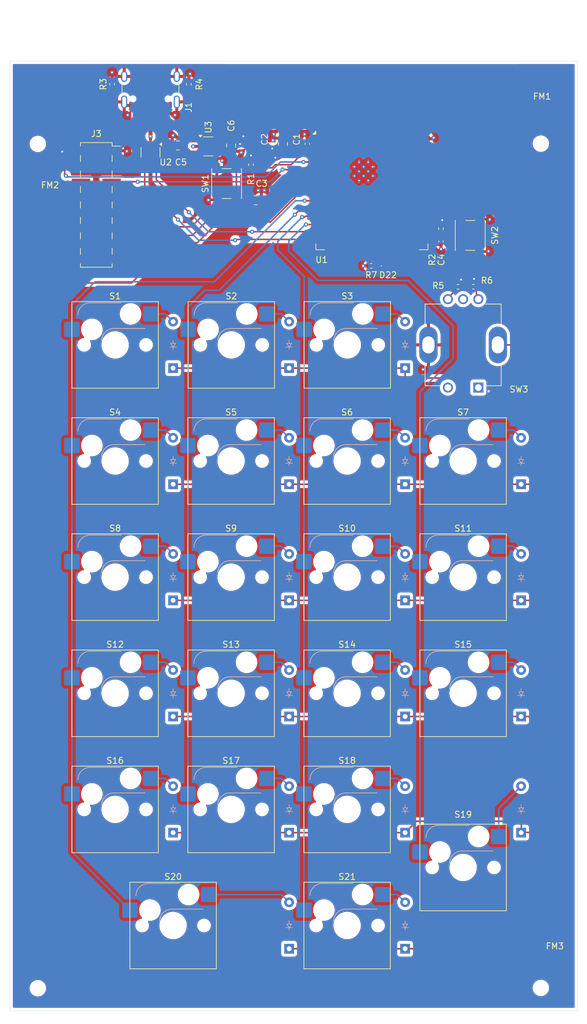
<source format=kicad_pcb>
(kicad_pcb (version 20240108) (generator "pcbnew") (generator_version "8.0")
  (layers (0 "F.Cu" signal) (1 "In1.Cu" signal) (2 "In2.Cu" signal) (31 "B.Cu" signal) (34 "B.Paste" user) (35 "F.Paste" user) (36 "B.SilkS" user "B.Silkscreen") (37 "F.SilkS" user "F.Silkscreen") (38 "B.Mask" user) (39 "F.Mask" user) (44 "Edge.Cuts" user))
  (net 0 "")
  (net 1 "GND")
  (net 2 "+3V3")
  (net 3 "/ESP32_EN")
  (net 4 "/ESP32_BOOT")
  (net 5 "/5V_IN")
  (net 6 "/Row_0")
  (net 7 "Net-(D1-A)")
  (net 8 "Net-(D2-A)")
  (net 9 "Net-(D3-A)")
  (net 10 "/Row_1")
  (net 11 "Net-(D4-A)")
  (net 12 "Net-(D5-A)")
  (net 13 "Net-(D6-A)")
  (net 14 "Net-(D7-A)")
  (net 15 "/Row_2")
  (net 16 "Net-(D8-A)")
  (net 17 "Net-(D9-A)")
  (net 18 "Net-(D10-A)")
  (net 19 "Net-(D11-A)")
  (net 20 "/Row_3")
  (net 21 "Net-(D12-A)")
  (net 22 "Net-(D13-A)")
  (net 23 "Net-(D14-A)")
  (net 24 "Net-(D15-A)")
  (net 25 "Net-(D16-A)")
  (net 26 "/Row_4")
  (net 27 "Net-(D17-A)")
  (net 28 "Net-(D18-A)")
  (net 29 "Net-(D19-A)")
  (net 30 "/Row_5")
  (net 31 "Net-(D20-A)")
  (net 32 "Net-(D21-A)")
  (net 33 "/LED_A")
  (net 34 "/LED_K")
  (net 35 "/USBC_D-")
  (net 36 "/USBC_D+")
  (net 37 "/USBC_CC2")
  (net 38 "/USB_CC1")
  (net 50 "/RE_B")
  (net 51 "/RE_A")
  (net 52 "/Col_0")
  (net 53 "/Col_1")
  (net 54 "/Col_2")
  (net 55 "/Col_3")
  (net 56 "/RE_SW")
  (net 61 "/ESP32_D+")
  (net 64 "/ESP32_D-")
  (net 67 "/SPI_MOSI")
  (net 68 "/SPI_SCLK")
  (net 69 "/SPI_CS")
  (net 70 "/SPI_DC")
  (net 71 "/SPI_RST")
  (footprint "Macropad_Libs:XDCR_PEC11R-4215F-S0024" (layer "F.Cu") (at 106.83875 80.9625 180)
    (property "Reference" "SW3")
    (property "Value" "RotaryEncoder_Switch")
  )
  (footprint "Button_Switch_SMD:SW_SPST_PTS647_Sx50" (layer "F.Cu") (at 108 63 -90)
    (property "Reference" "SW2")
    (property "Value" "BOOT")
  )
  (footprint "Connector_PinSocket_2.54mm:PinSocket_2x08_P2.54mm_Vertical_SMD" (layer "F.Cu") (at 46.6 58)
    (property "Reference" "J3")
    (property "Value" "2x8 GPIO for SPI")
  )
  (footprint "ScottoKeebs_Hotswap:Hotswap_MX_1.00u" (layer "F.Cu") (at 49.68875 119.0625)
    (property "Reference" "S8")
    (property "Value" "Keyswitch")
  )
  (footprint "Button_Switch_SMD:SW_SPST_PTS647_Sx50" (layer "F.Cu") (at 68 54.5 -90)
    (property "Reference" "SW1")
    (property "Value" "RESET")
  )
  (footprint "Package_TO_SOT_SMD:SOT-23-6" (layer "F.Cu") (at 55.5 49.3625 -90)
    (property "Reference" "U2")
    (property "Value" "USBLC6-2SC6")
  )
  (footprint "ScottoKeebs_Hotswap:Hotswap_MX_1.00u" (layer "F.Cu") (at 49.68875 80.9625)
    (property "Reference" "S1")
    (property "Value" "Keyswitch")
  )
  (footprint "Resistor_SMD:R_0402_1005Metric" (layer "F.Cu") (at 49.2 38.2 90)
    (property "Reference" "R3")
    (property "Value" "5k1")
  )
  (footprint "ScottoKeebs_Hotswap:Hotswap_MX_1.00u" (layer "F.Cu") (at 87.78875 176.2125)
    (property "Reference" "S21")
    (property "Value" "Keyswitch")
  )
  (footprint "RF_Module:ESP32-S3-WROOM-2" (layer "F.Cu") (at 91.86 52.41)
    (property "Reference" "U1")
    (property "Value" "ESP32-S3-WROOM-2")
  )
  (footprint "Fiducial:Fiducial_1mm_Mask2mm" (layer "F.Cu") (at 119.8 42.2)
    (property "Reference" "FM1")
    (property "Value" "Fiducial")
  )
  (footprint "Capacitor_SMD:C_0805_2012Metric" (layer "F.Cu") (at 72.75 57.25)
    (property "Reference" "C3")
    (property "Value" "1uF")
  )
  (footprint "Resistor_SMD:R_0402_1005Metric" (layer "F.Cu") (at 61.8 38.2 90)
    (property "Reference" "R4")
    (property "Value" "5k1")
  )
  (footprint "Fiducial:Fiducial_1mm_Mask2mm" (layer "F.Cu") (at 121.9 181.6)
    (property "Reference" "FM3")
    (property "Value" "Fiducial")
  )
  (footprint "ScottoKeebs_Hotswap:Hotswap_MX_1.00u" (layer "F.Cu") (at 87.81875 80.9625)
    (property "Reference" "S3")
    (property "Value" "Keyswitch")
  )
  (footprint "Resistor_SMD:R_0402_1005Metric" (layer "F.Cu") (at 108.51 71.4375)
    (property "Reference" "R6")
    (property "Value" "10k")
  )
  (footprint "Capacitor_SMD:C_0805_2012Metric" (layer "F.Cu") (at 68.75 48.25 -90)
    (property "Reference" "C6")
    (property "Value" "1uF")
  )
  (footprint "MountingHole:MountingHole_2.2mm_M2" (layer "F.Cu") (at 119.6 47.95)
    (property "Reference" "H1" (hide yes))
    (property "Value" "MountingHole")
  )
  (footprint "Resistor_SMD:R_0402_1005Metric" (layer "F.Cu") (at 103.2 61.89 -90)
    (property "Reference" "R2")
    (property "Value" "10k")
  )
  (footprint "MountingHole:MountingHole_2.2mm_M2" (layer "F.Cu") (at 37 48)
    (property "Reference" "H2" (hide yes))
    (property "Value" "MountingHole")
  )
  (footprint "Capacitor_SMD:C_0805_2012Metric" (layer "F.Cu") (at 60 48.25 180)
    (property "Reference" "C5")
    (property "Value" "1uF")
  )
  (footprint "ScottoKeebs_Hotswap:Hotswap_MX_1.00u" (layer "F.Cu") (at 49.68875 138.1125)
    (property "Reference" "S12")
    (property "Value" "Keyswitch")
  )
  (footprint "MountingHole:MountingHole_2.2mm_M2" (layer "F.Cu") (at 37 186.5)
    (property "Reference" "H4" (hide yes))
    (property "Value" "MountingHole")
  )
  (footprint "ScottoKeebs_Hotswap:Hotswap_MX_1.00u" (layer "F.Cu") (at 87.78875 138.1125)
    (property "Reference" "S14")
    (property "Value" "Keyswitch")
  )
  (footprint "LED_SMD:LED_0402_1005Metric" (layer "F.Cu") (at 94.5 68)
    (property "Reference" "D22")
    (property "Value" "LED")
  )
  (footprint "ScottoKeebs_Hotswap:Hotswap_MX_1.00u" (layer "F.Cu") (at 87.78875 100.0125)
    (property "Reference" "S6")
    (property "Value" "Keyswitch")
  )
  (footprint "ScottoKeebs_Hotswap:Hotswap_MX_1.00u" (layer "F.Cu") (at 106.83875 100.0125)
    (property "Reference" "S7")
    (property "Value" "Keyswitch")
  )
  (footprint "Package_TO_SOT_SMD:SOT-23-5" (layer "F.Cu") (at 65 48.4)
    (property "Reference" "U3")
    (property "Value" "MIC5365-3.3YD5")
  )
  (footprint "Resistor_SMD:R_0402_1005Metric" (layer "F.Cu") (at 106 71.4375)
    (property "Reference" "R5")
    (property "Value" "10k")
  )
  (footprint "ScottoKeebs_Hotswap:Hotswap_MX_1.00u" (layer "F.Cu") (at 68.73875 138.1125)
    (property "Reference" "S13")
    (property "Value" "Keyswitch")
  )
  (footprint "Capacitor_SMD:C_0805_2012Metric" (layer "F.Cu") (at 77.25 48 90)
    (property "Reference" "C2")
    (property "Value" "10uF")
  )
  (footprint "ScottoKeebs_Hotswap:Hotswap_MX_1.00u" (layer "F.Cu") (at 106.83875 119.0625)
    (property "Reference" "S11")
    (property "Value" "Keyswitch")
  )
  (footprint "ScottoKeebs_Hotswap:Hotswap_MX_1.00u" (layer "F.Cu") (at 68.76875 80.9625)
    (property "Reference" "S2")
    (property "Value" "Keyswitch")
  )
  (footprint "ScottoKeebs_Hotswap:Hotswap_MX_1.00u" (layer "F.Cu") (at 49.68875 100.0125)
    (property "Reference" "S4")
    (property "Value" "Keyswitch")
  )
  (footprint "ScottoKeebs_Hotswap:Hotswap_MX_1.00u" (layer "F.Cu") (at 68.73875 100.0125)
    (property "Reference" "S5")
    (property "Value" "Keyswitch")
  )
  (footprint "Capacitor_SMD:C_0402_1005Metric" (layer "F.Cu") (at 81.25 47.98 90)
    (property "Reference" "C1")
    (property "Value" "0u1F")
  )
  (footprint "ScottoKeebs_Hotswap:Hotswap_MX_1.00u" (layer "F.Cu") (at 87.78875 157.1625)
    (property "Reference" "S18")
    (property "Value" "Keyswitch")
  )
  (footprint "ScottoKeebs_Hotswap:Hotswap_MX_2.00u" (layer "F.Cu") (at 59.21375 176.2125)
    (property "Reference" "S20")
    (property "Value" "Keyswitch")
  )
  (footprint "ScottoKeebs_Hotswap:Hotswap_MX_1.00u" (layer "F.Cu") (at 106.83875 138.1125)
    (property "Reference" "S15")
    (property "Value" "Keyswitch")
  )
  (footprint "ScottoKeebs_Hotswap:Hotswap_MX_1.00u" (layer "F.Cu") (at 68.73875 157.1625)
    (property "Reference" "S17")
    (property "Value" "Keyswitch")
  )
  (footprint "ScottoKeebs_Hotswap:Hotswap_MX_1.00u" (layer "F.Cu") (at 68.73875 119.0625)
    (property "Reference" "S9")
    (property "Value" "Keyswitch")
  )
  (footprint "ScottoKeebs_Hotswap:Hotswap_MX_1.00u" (layer "F.Cu") (at 87.78875 119.0625)
    (property "Reference" "S10")
    (property "Value" "Keyswitch")
  )
  (footprint "Connector_USB:USB_C_Receptacle_GCT_USB4105-xx-A_16P_TopMnt_Horizontal" (layer "F.Cu") (at 55.5 38 180)
    (property "Reference" "J1")
    (property "Value" "USB_C_Receptacle_USB2.0_16P")
  )
  (footprint "ScottoKeebs_Hotswap:Hotswap_MX_1.00u" (layer "F.Cu") (at 49.68875 157.1625)
    (property "Reference" "S16")
    (property "Value" "Keyswitch")
  )
  (footprint "Resistor_SMD:R_0402_1005Metric" (layer "F.Cu") (at 72 51.4 -90)
    (property "Reference" "R1")
    (property "Value" "10k")
  )
  (footprint "ScottoKeebs_Hotswap:Hotswap_MX_2.00u_90deg" (layer "F.Cu") (at 106.83875 166.6875)
    (property "Reference" "S19")
    (property "Value" "Keyswitch")
  )
  (footprint "Fiducial:Fiducial_1mm_Mask2mm" (layer "F.Cu") (at 39 52.5)
    (property "Reference" "FM2")
    (property "Value" "Fiducial")
  )
  (footprint "Resistor_SMD:R_0402_1005Metric" (layer "F.Cu") (at 91.75 68 180)
    (property "Reference" "R7")
    (property "Value" "220R")
  )
  (footprint "MountingHole:MountingHole_2.2mm_M2" (layer "F.Cu") (at 119.6 186.45)
    (property "Reference" "H3" (hide yes))
    (property "Value" "MountingHole")
  )
  (footprint "Capacitor_SMD:C_0402_1005Metric" (layer "F.Cu") (at 103.2 64 90)
    (property "Reference" "C4")
    (property "Value" "0u1F")
  )
  (footprint "ScottoKeebs_Components:Diode_DO-35" (layer "B.Cu") (at 59.21375 160.9725 90)
    (property "Reference" "D16" (hide yes))
    (property "Value" "D" (hide yes))
  )
  (footprint "ScottoKeebs_Components:Diode_DO-35" (layer "B.Cu") (at 78.26375 103.8225 90)
    (property "Reference" "D5" (hide yes))
    (property "Value" "D" (hide yes))
  )
  (footprint "ScottoKeebs_Components:Diode_DO-35" (layer "B.Cu") (at 97.31375 141.9225 90)
    (property "Reference" "D14" (hide yes))
    (property "Value" "D" (hide yes))
  )
  (footprint "ScottoKeebs_Components:Diode_DO-35" (layer "B.Cu") (at 78.26375 122.8725 90)
    (property "Reference" "D9" (hide yes))
    (property "Value" "D" (hide yes))
  )
  (footprint "ScottoKeebs_Components:Diode_DO-35" (layer "B.Cu") (at 59.21375 103.8225 90)
    (property "Reference" "D4" (hide yes))
    (property "Value" "D" (hide yes))
  )
  (footprint "ScottoKeebs_Components:Diode_DO-35" (layer "B.Cu") (at 59.21375 84.7725 90)
    (property "Reference" "D1" (hide yes))
    (property "Value" "D" (hide yes))
  )
  (footprint "ScottoKeebs_Components:Diode_DO-35" (layer "B.Cu") (at 78.26375 160.9725 90)
    (property "Reference" "D17" (hide yes))
    (property "Value" "D" (hide yes))
  )
  (footprint "ScottoKeebs_Components:Diode_DO-35" (layer "B.Cu") (at 116.36375 160.9725 90)
    (property "Reference" "D19" (hide yes))
    (property "Value" "D" (hide yes))
  )
  (footprint "ScottoKeebs_Components:Diode_DO-35" (layer "B.Cu") (at 97.31375 103.8225 90)
    (property "Reference" "D6" (hide yes))
    (property "Value" "D" (hide yes))
  )
  (footprint "ScottoKeebs_Components:Diode_DO-35" (layer "B.Cu") (at 97.31375 122.8725 90)
    (property "Reference" "D10" (hide yes))
    (property "Value" "D" (hide yes))
  )
  (footprint "ScottoKeebs_Components:Diode_DO-35" (layer "B.Cu") (at 78.26375 180.0225 90)
    (property "Reference" "D20" (hide yes))
    (property "Value" "D" (hide yes))
  )
  (footprint "ScottoKeebs_Components:Diode_DO-35" (layer "B.Cu") (at 97.31375 180.0225 90)
    (property "Reference" "D21" (hide yes))
    (property "Value" "D" (hide yes))
  )
  (footprint "ScottoKeebs_Components:Diode_DO-35" (layer "B.Cu") (at 78.26375 84.7725 90)
    (property "Reference" "D2" (hide yes))
    (property "Value" "D" (hide yes))
  )
  (footprint "ScottoKeebs_Components:Diode_DO-35" (layer "B.Cu") (at 97.31375 84.7725 90)
    (property "Reference" "D3" (hide yes))
    (property "Value" "D" (hide yes))
  )
  (footprint "ScottoKeebs_Components:Diode_DO-35" (layer "B.Cu") (at 59.21375 122.8725 90)
    (property "Reference" "D8" (hide yes))
    (property "Value" "D" (hide yes))
  )
  (footprint "ScottoKeebs_Components:Diode_DO-35" (layer "B.Cu") (at 116.36375 141.9225 90)
    (property "Reference" "D15" (hide yes))
    (property "Value" "D" (hide yes))
  )
  (footprint "ScottoKeebs_Components:Diode_DO-35" (layer "B.Cu") (at 59.21375 141.9225 90)
    (property "Reference" "D12" (hide yes))
    (property "Value" "D" (hide yes))
  )
  (footprint "ScottoKeebs_Components:Diode_DO-35" (layer "B.Cu") (at 116.36375 122.8725 90)
    (property "Reference" "D11" (hide yes))
    (property "Value" "D" (hide yes))
  )
  (footprint "ScottoKeebs_Components:Diode_DO-35" (layer "B.Cu") (at 116.36375 103.8225 90)
    (property "Reference" "D7" (hide yes))
    (property "Value" "D" (hide yes))
  )
  (footprint "ScottoKeebs_Components:Diode_DO-35" (layer "B.Cu") (at 97.31375 160.9725 90)
    (property "Reference" "D18" (hide yes))
    (property "Value" "D" (hide yes))
  )
  (footprint "ScottoKeebs_Components:Diode_DO-35" (layer "B.Cu") (at 78.26375 141.9225 90)
    (property "Reference" "D13" (hide yes))
    (property "Value" "D" (hide yes))
  )
  (gr_rect (start 32.4 34.4) (end 125.65 190.2) (stroke (width 0.05)) (fill none) (layer "Edge.Cuts"))
  (gr_text "Macropad v1" (at 41 188.1 0) (layer "F.Cu") (effects (font (size 1.5 1.5) (thickness 0.3) (bold yes)) (justify left bottom)))
  (segment (start 81.25 47.5) (end 81.25 46.85) (width 0.5) (layer "F.Cu") (net 1))
  (segment (start 103.2 64.5) (end 103.2 65.25) (width 0.5) (layer "F.Cu") (net 1))
  (segment (start 81.25 46.85) (end 80.8 46.4) (width 0.5) (layer "F.Cu") (net 1))
  (segment (start 61.81875 36.68125) (end 62 36.5) (width 0.5) (layer "F.Cu") (net 1))
  (segment (start 61.81875 37.6375) (end 61.81875 36.68125) (width 0.5) (layer "F.Cu") (net 1))
  (segment (start 63.8625 48.4) (end 62.5 48.4) (width 0.5) (layer "F.Cu") (net 1))
  (segment (start 49.18125 37.6875) (end 49.18125 36.25) (width 0.5) (layer "F.Cu") (net 1))
  (segment (start 91.175 68) (end 90.425 68) (width 0.5) (layer "F.Cu") (net 1))
  (via (at 74.2 55.6) (size 0.7) (drill 0.3) (layers "F.Cu" "B.Cu") (net 1))
  (via (at 70.4 49.4) (size 0.7) (drill 0.3) (layers "F.Cu" "B.Cu") (net 1))
  (via (at 90.425 68) (size 0.7) (drill 0.3) (layers "F.Cu" "B.Cu") (net 1))
  (via (at 80.8 46.4) (size 0.7) (drill 0.3) (layers "F.Cu" "B.Cu") (net 1))
  (via (at 62 36.5) (size 0.7) (drill 0.3) (layers "F.Cu" "B.Cu") (net 1))
  (via (at 65 57.2) (size 0.7) (drill 0.3) (layers "F.Cu" "B.Cu") (net 1))
  (via (at 51.6 49.2) (size 0.7) (drill 0.3) (layers "F.Cu" "B.Cu") (net 1))
  (via (at 75.75 46.4) (size 0.7) (drill 0.3) (layers "F.Cu" "B.Cu") (net 1))
  (via (at 103.2 65.25) (size 0.7) (drill 0.3) (layers "F.Cu" "B.Cu") (net 1))
  (via (at 73.2 55.6) (size 0.7) (drill 0.3) (layers "F.Cu" "B.Cu") (net 1))
  (via (at 55.5 46.75) (size 0.7) (drill 0.3) (layers "F.Cu" "B.Cu") (net 1))
  (via (at 49.18125 36.25) (size 0.7) (drill 0.3) (layers "F.Cu" "B.Cu") (net 1))
  (via (at 111 65.6) (size 0.7) (drill 0.3) (layers "F.Cu" "B.Cu") (net 1))
  (via (at 102 47) (size 0.7) (drill 0.3) (layers "F.Cu" "B.Cu") (net 1))
  (via (at 75.6 47.4) (size 0.7) (drill 0.3) (layers "F.Cu" "B.Cu") (net 1))
  (via (at 100.25 85) (size 0.7) (drill 0.3) (layers "F.Cu" "B.Cu") (net 1))
  (via (at 59.2 46.6) (size 0.7) (drill 0.3) (layers "F.Cu" "B.Cu") (net 1))
  (via (at 62.5 48.4) (size 0.7) (drill 0.3) (layers "F.Cu" "B.Cu") (net 1))
  (via (at 51.75 43.25) (size 0.7) (drill 0.3) (layers "F.Cu" "B.Cu") (net 1))
  (via (at 67.25 50.75) (size 0.7) (drill 0.3) (layers "F.Cu" "B.Cu") (net 1))
  (via (at 111.2 60.4) (size 0.7) (drill 0.3) (layers "F.Cu" "B.Cu") (net 1))
  (via (at 59.5 43.25) (size 0.7) (drill 0.3) (layers "F.Cu" "B.Cu") (net 1))
  (segment (start 41 49.25) (end 43.72 49.25) (width 0.6) (layer "F.Cu") (net 2))
  (segment (start 103.2 61.38) (end 103.2 60.69) (width 0.5) (layer "F.Cu") (net 2))
  (segment (start 80.65 48.95) (end 77.25 48.95) (width 0.5) (layer "F.Cu") (net 2))
  (segment (start 81.14 48.46) (end 80.65 48.95) (width 0.5) (layer "F.Cu") (net 2))
  (segment (start 43.97 49) (end 44.08 49.11) (width 0.5) (layer "F.Cu") (net 2))
  (segment (start 106.5 70.25) (end 106.51 70.26) (width 0.5) (layer "F.Cu") (net 2))
  (segment (start 108.625 70.125) (end 108 70.75) (width 0.5) (layer "F.Cu") (net 2))
  (segment (start 68.6 47.45) (end 68.75 47.3) (width 0.25) (layer "F.Cu") (net 2))
  (segment (start 103.2 60.69) (end 103.4 60.49) (width 0.5) (layer "F.Cu") (net 2))
  (segment (start 81.25 48.46) (end 81.14 48.46) (width 0.25) (layer "F.Cu") (net 2))
  (segment (start 81.25 48.46) (end 83.07 48.46) (width 0.5) (layer "F.Cu") (net 2))
  (segment (start 43.72 49.25) (end 43.97 49) (width 0.6) (layer "F.Cu") (net 2))
  (segment (start 83.07 48.46) (end 83.11 48.42) (width 0.25) (layer "F.Cu") (net 2))
  (segment (start 108 70.75) (end 108 71.4375) (width 0.5) (layer "F.Cu") (net 2))
  (segment (start 106.51 70.26) (end 106.51 71.4375) (width 0.5) (layer "F.Cu") (net 2))
  (via (at 75.5 48.75) (size 0.7) (drill 0.3) (layers "F.Cu" "B.Cu") (net 2))
  (via (at 70.75 46.75) (size 0.7) (drill 0.3) (layers "F.Cu" "B.Cu") (net 2))
  (via (at 72 49.9) (size 0.7) (drill 0.3) (layers "F.Cu" "B.Cu") (net 2))
  (via (at 70.2 48) (size 0.7) (drill 0.3) (layers "F.Cu" "B.Cu") (net 2))
  (via (at 76 50.25) (size 0.7) (drill 0.3) (layers "F.Cu" "B.Cu") (net 2))
  (via (at 41 49.25) (size 0.7) (drill 0.3) (layers "F.Cu" "B.Cu") (net 2))
  (via (at 106.5 70.25) (size 0.7) (drill 0.3) (layers "F.Cu" "B.Cu") (net 2))
  (via (at 108.625 70.125) (size 0.7) (drill 0.3) (layers "F.Cu" "B.Cu") (net 2))
  (via (at 103.4 60.49) (size 0.7) (drill 0.3) (layers "F.Cu" "B.Cu") (net 2))
  (segment (start 76 51.4) (end 75.49 51.91) (width 0.25) (layer "F.Cu") (net 3))
  (segment (start 69.6 57.125) (end 71.675 57.125) (width 0.25) (layer "F.Cu") (net 3))
  (segment (start 71.675 57.125) (end 71.8 57.25) (width 0.25) (layer "F.Cu") (net 3))
  (segment (start 80.31 49.69) (end 78.6 51.4) (width 0.25) (layer "F.Cu") (net 3))
  (segment (start 72 51.91) (end 69.635 51.91) (width 0.25) (layer "F.Cu") (net 3))
  (segment (start 69.635 51.91) (end 69.6 51.875) (width 0.25) (layer "F.Cu") (net 3))
  (segment (start 78.6 51.4) (end 76 51.4) (width 0.25) (layer "F.Cu") (net 3))
  (segment (start 83.11 49.69) (end 80.31 49.69) (width 0.25) (layer "F.Cu") (net 3))
  (segment (start 75.49 51.91) (end 72 51.91) (width 0.25) (layer "F.Cu") (net 3))
  (segment (start 69.6 57.125) (end 69.6 51.875) (width 0.25) (layer "F.Cu") (net 3))
  (segment (start 102.48 63.52) (end 102.34 63.66) (width 0.25) (layer "F.Cu") (net 4))
  (segment (start 106.4 60.375) (end 105.225 60.375) (width 0.25) (layer "F.Cu") (net 4))
  (segment (start 103.2 63.52) (end 102.48 63.52) (width 0.25) (layer "F.Cu") (net 4))
  (segment (start 105.225 60.375) (end 105 60.6) (width 0.25) (layer "F.Cu") (net 4))
  (segment (start 105 60.6) (end 105 61.6) (width 0.25) (layer "F.Cu") (net 4))
  (segment (start 104.6 65.4) (end 104.6 64.610001) (width 0.25) (layer "F.Cu") (net 4))
  (segment (start 102.86 62.4) (end 101.6 63.66) (width 0.25) (layer "F.Cu") (net 4))
  (segment (start 104.825 65.625) (end 104.6 65.4) (width 0.25) (layer "F.Cu") (net 4))
  (segment (start 103.509999 63.52) (end 103.2 63.52) (width 0.25) (layer "F.Cu") (net 4))
  (segment (start 103.2 62.4) (end 102.86 62.4) (width 0.25) (layer "F.Cu") (net 4))
  (segment (start 102.34 63.66) (end 100.61 63.66) (width 0.25) (layer "F.Cu") (net 4))
  (segment (start 104.6 64.610001) (end 103.509999 63.52) (width 0.25) (layer "F.Cu") (net 4))
  (segment (start 106.4 65.625) (end 104.825 65.625) (width 0.25) (layer "F.Cu") (net 4))
  (segment (start 101.6 63.66) (end 100.61 63.66) (width 0.25) (layer "F.Cu") (net 4))
  (segment (start 105 61.6) (end 104.2 62.4) (width 0.25) (layer "F.Cu") (net 4))
  (segment (start 104.2 62.4) (end 103.2 62.4) (width 0.25) (layer "F.Cu") (net 4))
  (segment (start 57.9 43.5) (end 60.95 46.55) (width 0.5) (layer "F.Cu") (net 5))
  (segment (start 55.5 49.4875) (end 55.4 49.3875) (width 0.5) (layer "F.Cu") (net 5))
  (segment (start 53.4125 49.3875) (end 53.4 49.4) (width 0.5) (layer "F.Cu") (net 5))
  (segment (start 55.5 50.5) (end 55.5 49.4875) (width 0.5) (layer "F.Cu") (net 5))
  (segment (start 59.421878 49.6) (end 58.678122 49.6) (width 0.5) (layer "F.Cu") (net 5))
  (segment (start 58.678122 49.6) (end 58.465622 49.3875) (width 0.5) (layer "F.Cu") (net 5))
  (segment (start 60.95 46.55) (end 60.95 48.25) (width 0.5) (layer "F.Cu") (net 5))
  (segment (start 57.9 41.68) (end 57.9 43.5) (width 0.5) (layer "F.Cu") (net 5))
  (segment (start 60.95 48.25) (end 61.715686 47.484314) (width 0.5) (layer "F.Cu") (net 5))
  (segment (start 61.715686 47.484314) (end 63.828186 47.484314) (width 0.5) (layer "F.Cu") (net 5))
  (segment (start 55.4 49.3875) (end 55.049999 49.3875) (width 0.5) (layer "F.Cu") (net 5))
  (segment (start 60.6125 49.3875) (end 59.634378 49.3875) (width 0.5) (layer "F.Cu") (net 5))
  (segment (start 58.465622 49.3875) (end 55.049999 49.3875) (width 0.5) (layer "F.Cu") (net 5))
  (segment (start 55.049999 49.3875) (end 53.4125 49.3875) (width 0.5) (layer "F.Cu") (net 5))
  (segment (start 60.95 48.25) (end 62.05 49.35) (width 0.5) (layer "F.Cu") (net 5))
  (segment (start 62.05 49.35) (end 63.8625 49.35) (width 0.5) (layer "F.Cu") (net 5))
  (segment (start 53.1 49.1) (end 53.1 41.68) (width 0.5) (layer "F.Cu") (net 5))
  (segment (start 60.95 49.05) (end 60.6125 49.3875) (width 0.5) (layer "F.Cu") (net 5))
  (segment (start 60.95 48.25) (end 60.95 49.05) (width 0.5) (layer "F.Cu") (net 5))
  (segment (start 63.828186 47.484314) (end 63.8625 47.45) (width 0.5) (layer "F.Cu") (net 5))
  (segment (start 53.4 49.4) (end 53.1 49.1) (width 0.5) (layer "F.Cu") (net 5))
  (segment (start 59.634378 49.3875) (end 59.421878 49.6) (width 0.5) (layer "F.Cu") (net 5))
  (segment (start 97.6 86.4) (end 114.8 86.4) (width 0.25) (layer "F.Cu") (net 6))
  (segment (start 97.31375 84.7725) (end 97.31375 86.11375) (width 0.25) (layer "F.Cu") (net 6))
  (segment (start 59.21375 84.7725) (end 78.26375 84.7725) (width 0.25) (layer "F.Cu") (net 6))
  (segment (start 117 59) (end 112.77 54.77) (width 0.25) (layer "F.Cu") (net 6))
  (segment (start 114.8 86.4) (end 117 84.2) (width 0.25) (layer "F.Cu") (net 6))
  (segment (start 78.26375 84.7725) (end 97.31375 84.7725) (width 0.25) (layer "F.Cu") (net 6))
  (segment (start 117 84.2) (end 117 59) (width 0.25) (layer "F.Cu") (net 6))
  (segment (start 112.77 54.77) (end 100.61 54.77) (width 0.25) (layer "F.Cu") (net 6))
  (segment (start 97.31375 86.11375) (end 97.6 86.4) (width 0.25) (layer "F.Cu") (net 6))
  (segment (start 57.94375 75.8825) (end 59.21375 77.1525) (width 0.25) (layer "B.Cu") (net 7))
  (segment (start 55.53075 75.8825) (end 57.94375 75.8825) (width 0.25) (layer "B.Cu") (net 7))
  (segment (start 76.99375 75.8825) (end 78.26375 77.1525) (width 0.25) (layer "B.Cu") (net 8))
  (segment (start 74.61075 75.8825) (end 76.99375 75.8825) (width 0.25) (layer "B.Cu") (net 8))
  (segment (start 96.04375 75.8825) (end 97.31375 77.1525) (width 0.25) (layer "B.Cu") (net 9))
  (segment (start 93.66075 75.8825) (end 96.04375 75.8825) (width 0.25) (layer "B.Cu") (net 9))
  (segment (start 78.26375 103.8225) (end 97.31375 103.8225) (width 0.25) (layer "F.Cu") (net 10))
  (segment (start 113.7 53.5) (end 100.61 53.5) (width 0.25) (layer "F.Cu") (net 10))
  (segment (start 118.6 103.2) (end 118.6 58.4) (width 0.25) (layer "F.Cu") (net 10))
  (segment (start 118.6 58.4) (end 113.7 53.5) (width 0.25) (layer "F.Cu") (net 10))
  (segment (start 59.21375 103.8225) (end 78.26375 103.8225) (width 0.25) (layer "F.Cu") (net 10))
  (segment (start 97.31375 103.8225) (end 116.36375 103.8225) (width 0.25) (layer "F.Cu") (net 10))
  (segment (start 116.36375 103.8225) (end 117.9775 103.8225) (width 0.25) (layer "F.Cu") (net 10))
  (segment (start 117.9775 103.8225) (end 118.6 103.2) (width 0.25) (layer "F.Cu") (net 10))
  (segment (start 57.94375 94.9325) (end 59.21375 96.2025) (width 0.25) (layer "B.Cu") (net 11))
  (segment (start 55.53075 94.9325) (end 57.94375 94.9325) (width 0.25) (layer "B.Cu") (net 11))
  (segment (start 76.99375 94.9325) (end 78.26375 96.2025) (width 0.25) (layer "B.Cu") (net 12))
  (segment (start 74.58075 94.9325) (end 76.99375 94.9325) (width 0.25) (layer "B.Cu") (net 12))
  (segment (start 93.63075 94.9325) (end 96.04375 94.9325) (width 0.25) (layer "B.Cu") (net 13))
  (segment (start 96.04375 94.9325) (end 97.31375 96.2025) (width 0.25) (layer "B.Cu") (net 13))
  (segment (start 115.09375 94.9325) (end 116.36375 96.2025) (width 0.25) (layer "B.Cu") (net 14))
  (segment (start 112.68075 94.9325) (end 115.09375 94.9325) (width 0.25) (layer "B.Cu") (net 14))
  (segment (start 120 121.2) (end 120 58.06) (width 0.25) (layer "F.Cu") (net 15))
  (segment (start 118.3275 122.8725) (end 120 121.2) (width 0.25) (layer "F.Cu") (net 15))
  (segment (start 78.26375 122.8725) (end 97.31375 122.8725) (width 0.25) (layer "F.Cu") (net 15))
  (segment (start 116.36375 122.8725) (end 118.3275 122.8725) (width 0.25) (layer "F.Cu") (net 15))
  (segment (start 114.17 52.23) (end 100.61 52.23) (width 0.25) (layer "F.Cu") (net 15))
  (segment (start 97.31375 122.8725) (end 116.36375 122.8725) (width 0.25) (layer "F.Cu") (net 15))
  (segment (start 120 58.06) (end 114.17 52.23) (width 0.25) (layer "F.Cu") (net 15))
  (segment (start 59.21375 122.8725) (end 78.26375 122.8725) (width 0.25) (layer "F.Cu") (net 15))
  (segment (start 57.94375 113.9825) (end 59.21375 115.2525) (width 0.25) (layer "B.Cu") (net 16))
  (segment (start 55.53075 113.9825) (end 57.94375 113.9825) (width 0.25) (layer "B.Cu") (net 16))
  (segment (start 76.99375 113.9825) (end 78.26375 115.2525) (width 0.25) (layer "B.Cu") (net 17))
  (segment (start 74.58075 113.9825) (end 76.99375 113.9825) (width 0.25) (layer "B.Cu") (net 17))
  (segment (start 96.04375 113.9825) (end 97.31375 115.2525) (width 0.25) (layer "B.Cu") (net 18))
  (segment (start 93.63075 113.9825) (end 96.04375 113.9825) (width 0.25) (layer "B.Cu") (net 18))
  (segment (start 115.09375 113.9825) (end 116.36375 115.2525) (width 0.25) (layer "B.Cu") (net 19))
  (segment (start 112.68075 113.9825) (end 115.09375 113.9825) (width 0.25) (layer "B.Cu") (net 19))
  (segment (start 78.26375 141.86375) (end 78.3225 141.9225) (width 0.25) (layer "F.Cu") (net 20))
  (segment (start 78.26375 141.9225) (end 78.26375 141.86375) (width 0.25) (layer "F.Cu") (net 20))
  (segment (start 59.21375 141.9225) (end 78.26375 141.9225) (width 0.25) (layer "F.Cu") (net 20))
  (segment (start 116.36375 141.9225) (end 119.6775 141.9225) (width 0.25) (layer "F.Cu") (net 20))
  (segment (start 119.6775 141.9225) (end 121.4 140.2) (width 0.25) (layer "F.Cu") (net 20))
  (segment (start 114.96 50.96) (end 100.61 50.96) (width 0.25) (layer "F.Cu") (net 20))
  (segment (start 121.4 57.4) (end 114.96 50.96) (width 0.25) (layer "F.Cu") (net 20))
  (segment (start 121.4 140.2) (end 121.4 57.4) (width 0.25) (layer "F.Cu") (net 20))
  (segment (start 78.3225 141.9225) (end 97.31375 141.9225) (width 0.25) (layer "F.Cu") (net 20))
  (segment (start 97.31375 141.9225) (end 116.36375 141.9225) (width 0.25) (layer "F.Cu") (net 20))
  (segment (start 57.94375 133.0325) (end 59.21375 134.3025) (width 0.25) (layer "B.Cu") (net 21))
  (segment (start 55.53075 133.0325) (end 57.94375 133.0325) (width 0.25) (layer "B.Cu") (net 21))
  (segment (start 76.99375 133.0325) (end 78.26375 134.3025) (width 0.25) (layer "B.Cu") (net 22))
  (segment (start 74.58075 133.0325) (end 76.99375 133.0325) (width 0.25) (layer "B.Cu") (net 22))
  (segment (start 96.04375 133.0325) (end 97.31375 134.3025) (width 0.25) (layer "B.Cu") (net 23))
  (segment (start 93.63075 133.0325) (end 96.04375 133.0325) (width 0.25) (layer "B.Cu") (net 23))
  (segment (start 115.09375 133.0325) (end 116.36375 134.3025) (width 0.25) (layer "B.Cu") (net 24))
  (segment (start 112.68075 133.0325) (end 115.09375 133.0325) (width 0.25) (layer "B.Cu") (net 24))
  (segment (start 55.53075 152.0825) (end 57.94375 152.0825) (width 0.25) (layer "B.Cu") (net 25))
  (segment (start 57.94375 152.0825) (end 59.21375 153.3525) (width 0.25) (layer "B.Cu") (net 25))
  (segment (start 115.29 49.69) (end 122.8 57.2) (width 0.25) (layer "F.Cu") (net 26))
  (segment (start 116.4 160.93625) (end 116.36375 160.9725) (width 0.25) (layer "F.Cu") (net 26))
  (segment (start 59.21375 160.9725) (end 78.26375 160.9725) (width 0.25) (layer "F.Cu") (net 26))
  (segment (start 122.8 157.7) (end 119.56375 160.93625) (width 0.25) (layer "F.Cu") (net 26))
  (segment (start 116.4 160.93625) (end 119.56375 160.93625) (width 0.25) (layer "F.Cu") (net 26))
  (segment (start 116.4 159.1) (end 116.4 160.93625) (width 0.25) (layer "F.Cu") (net 26))
  (segment (start 78.26375 160.9725) (end 97.31375 160.9725) (width 0.25) (layer "F.Cu") (net 26))
  (segment (start 97.31375 160.9725) (end 99.18625 159.1) (width 0.25) (layer "F.Cu") (net 26))
  (segment (start 122.8 57.2) (end 122.8 157.7) (width 0.25) (layer "F.Cu") (net 26))
  (segment (start 100.61 49.69) (end 115.29 49.69) (width 0.25) (layer "F.Cu") (net 26))
  (segment (start 99.18625 159.1) (end 116.4 159.1) (width 0.25) (layer "F.Cu") (net 26))
  (segment (start 74.58075 152.0825) (end 76.99375 152.0825) (width 0.25) (layer "B.Cu") (net 27))
  (segment (start 76.99375 152.0825) (end 78.26375 153.3525) (width 0.25) (layer "B.Cu") (net 27))
  (segment (start 96.04375 152.0825) (end 97.31375 153.3525) (width 0.25) (layer "B.Cu") (net 28))
  (segment (start 93.63075 152.0825) (end 96.04375 152.0825) (width 0.25) (layer "B.Cu") (net 28))
  (segment (start 112.68075 161.6075) (end 112.68075 157.0355) (width 0.25) (layer "B.Cu") (net 29))
  (segment (start 112.68075 157.0355) (end 116.36375 153.3525) (width 0.25) (layer "B.Cu") (net 29))
  (segment (start 78.26375 180.0225) (end 97.31375 180.0225) (width 0.25) (layer "F.Cu") (net 30))
  (segment (start 115.62 48.42) (end 100.61 48.42) (width 0.25) (layer "F.Cu") (net 30))
  (segment (start 116.1775 180.0225) (end 124 172.2) (width 0.25) (layer "F.Cu") (net 30))
  (segment (start 124 56.8) (end 115.62 48.42) (width 0.25) (layer "F.Cu") (net 30))
  (segment (start 97.31375 180.0225) (end 116.1775 180.0225) (width 0.25) (layer "F.Cu") (net 30))
  (segment (start 124 172.2) (end 124 56.8) (width 0.25) (layer "F.Cu") (net 30))
  (segment (start 76.99375 171.1325) (end 78.26375 172.4025) (width 0.25) (layer "B.Cu") (net 31))
  (segment (start 65.05575 171.1325) (end 76.99375 171.1325) (width 0.25) (layer "B.Cu") (net 31))
  (segment (start 93.63075 171.1325) (end 96.04375 171.1325) (width 0.25) (layer "B.Cu") (net 32))
  (segment (start 96.04375 171.1325) (end 97.31375 172.4025) (width 0.25) (layer "B.Cu") (net 32))
  (segment (start 94.985 64.96) (end 95.035 64.91) (width 0.25) (layer "F.Cu") (net 33))
  (segment (start 94.985 68) (end 94.985 64.96) (width 0.25) (layer "F.Cu") (net 33))
  (segment (start 92.26 68) (end 94.015 68) (width 0.25) (layer "F.Cu") (net 34))
  (segment (start 56.45 45.25) (end 56.25 45.05) (width 0.25) (layer "F.Cu") (net 35))
  (segment (start 55.25 40.75) (end 55.25 41.68) (width 0.25) (layer "F.Cu") (net 35))
  (segment (start 56.45 48.225) (end 56.45 45.25) (width 0.25) (layer "F.Cu") (net 35))
  (segment (start 56.25 45.05) (end 56.25 41.68) (width 0.25) (layer "F.Cu") (net 35))
  (segment (start 56.25 41.68) (end 56.25 40.45) (width 0.25) (layer "F.Cu") (net 35))
  (segment (start 56.2 40.4) (end 55.6 40.4) (width 0.25) (layer "F.Cu") (net 35))
  (segment (start 56.25 40.45) (end 56.2 40.4) (width 0.25) (layer "F.Cu") (net 35))
  (segment (start 55.6 40.4) (end 55.25 40.75) (width 0.25) (layer "F.Cu") (net 35))
  (segment (start 55.75 42.65) (end 55.4 43) (width 0.25) (layer "F.Cu") (net 36))
  (segment (start 55.75 41.68) (end 55.75 42.65) (width 0.25) (layer "F.Cu") (net 36))
  (segment (start 54.75 42.55) (end 54.75 41.68) (width 0.25) (layer "F.Cu") (net 36))
  (segment (start 55.2 43.4) (end 54.55 44.05) (width 0.25) (layer "F.Cu") (net 36))
  (segment (start 55.2 43) (end 54.75 42.55) (width 0.25) (layer "F.Cu") (net 36))
  (segment (start 54.55 44.05) (end 54.55 48.225) (width 0.25) (layer "F.Cu") (net 36))
  (segment (start 55.2 43) (end 55.2 43.4) (width 0.25) (layer "F.Cu") (net 36))
  (segment (start 55.4 43) (end 55.2 43) (width 0.25) (layer "F.Cu") (net 36))
  (segment (start 53.75 41.68) (end 53.75 39.75) (width 0.25) (layer "F.Cu") (net 37))
  (segment (start 53.75 39.75) (end 52.71 38.71) (width 0.25) (layer "F.Cu") (net 37))
  (segment (start 52.71 38.71) (end 49.2 38.71) (width 0.25) (layer "F.Cu") (net 37))
  (segment (start 56.75 41.68) (end 56.75 40.25) (width 0.25) (layer "F.Cu") (net 38))
  (segment (start 56.75 40.25) (end 58.29 38.71) (width 0.25) (layer "F.Cu") (net 38))
  (segment (start 58.29 38.71) (end 61.8 38.71) (width 0.25) (layer "F.Cu") (net 38))
  (segment (start 113.6 60.8) (end 111.38 58.58) (width 0.25) (layer "F.Cu") (net 50))
  (segment (start 105.49 71.4375) (end 104.8375 71.4375) (width 0.25) (layer "F.Cu") (net 50))
  (segment (start 104.33875 73.26125) (end 105.49 72.11) (width 0.25) (layer "F.Cu") (net 50))
  (segment (start 104.6 69) (end 113 69) (width 0.25) (layer "F.Cu") (net 50))
  (segment (start 104.2 69.4) (end 104.6 69) (width 0.25) (layer "F.Cu") (net 50))
  (segment (start 113 69) (end 113.6 68.4) (width 0.25) (layer "F.Cu") (net 50))
  (segment (start 111.38 58.58) (end 100.61 58.58) (width 0.25) (layer "F.Cu") (net 50))
  (segment (start 113.6 68.4) (end 113.6 60.8) (width 0.25) (layer "F.Cu") (net 50))
  (segment (start 105.49 72.11) (end 105.49 71.4375) (width 0.25) (layer "F.Cu") (net 50))
  (segment (start 104.2 70.8) (end 104.2 69.4) (width 0.25) (layer "F.Cu") (net 50))
  (segment (start 104.33875 73.4625) (end 104.33875 73.26125) (width 0.25) (layer "F.Cu") (net 50))
  (segment (start 104.8375 71.4375) (end 104.2 70.8) (width 0.25) (layer "F.Cu") (net 50))
  (segment (start 113.9625 71.4375) (end 114.6 70.8) (width 0.25) (layer "F.Cu") (net 51))
  (segment (start 111.51 57.31) (end 100.61 57.31) (width 0.25) (layer "F.Cu") (net 51))
  (segment (start 114.6 60.4) (end 111.51 57.31) (width 0.25) (layer "F.Cu") (net 51))
  (segment (start 109.4 73.4) (end 109.02 73.02) (width 0.25) (layer "F.Cu") (net 51))
  (segment (start 109.33875 73.4625) (end 109.33875 73.46125) (width 0.25) (layer "F.Cu") (net 51))
  (segment (start 114.6 70.8) (end 114.6 60.4) (width 0.25) (layer "F.Cu") (net 51))
  (segment (start 109.33875 73.46125) (end 109.4 73.4) (width 0.25) (layer "F.Cu") (net 51))
  (segment (start 109.02 73.02) (end 109.02 71.4375) (width 0.25) (layer "F.Cu") (net 51))
  (segment (start 109.02 71.4375) (end 113.9625 71.4375) (width 0.25) (layer "F.Cu") (net 51))
  (segment (start 80.8 57.31) (end 83.11 57.31) (width 0.25) (layer "F.Cu") (net 52))
  (via (at 80.8 57.31) (size 0.7) (drill 0.3) (layers "F.Cu" "B.Cu") (net 52))
  (segment (start 66 70.6) (end 46.4 70.6) (width 0.25) (layer "B.Cu") (net 52))
  (segment (start 42.60375 135.5725) (end 42.60375 116.5225) (width 0.25) (layer "B.Cu") (net 52))
  (segment (start 42.60375 116.5225) (end 42.60375 116.6) (width 0.25) (layer "B.Cu") (net 52))
  (segment (start 52.12875 173.6725) (end 42.60375 164.1475) (width 0.25) (layer "B.Cu") (net 52))
  (segment (start 42.60375 116.5225) (end 42.60375 97.4725) (width 0.25) (layer "B.Cu") (net 52))
  (segment (start 42.60375 154.6225) (end 42.60375 135.5725) (width 0.25) (layer "B.Cu") (net 52))
  (segment (start 42.60375 97.4725) (end 42.60375 78.4225) (width 0.25) (layer "B.Cu") (net 52))
  (segment (start 42.60375 74.39625) (end 42.60375 78.4225) (width 0.25) (layer "B.Cu") (net 52))
  (segment (start 42.60375 164.1475) (end 42.60375 154.6225) (width 0.25) (layer "B.Cu") (net 52))
  (segment (start 79.29 57.31) (end 66 70.6) (width 0.25) (layer "B.Cu") (net 52))
  (segment (start 80.8 57.31) (end 79.29 57.31) (width 0.25) (layer "B.Cu") (net 52))
  (segment (start 46.4 70.6) (end 42.60375 74.39625) (width 0.25) (layer "B.Cu") (net 52))
  (segment (start 79.2 59.6) (end 80.22 58.58) (width 0.25) (layer "F.Cu") (net 53))
  (segment (start 80.22 58.58) (end 83.11 58.58) (width 0.25) (layer "F.Cu") (net 53))
  (via (at 79.2 59.6) (size 0.7) (drill 0.3) (layers "F.Cu" "B.Cu") (net 53))
  (segment (start 61.65375 116.5225) (end 61.65375 97.4725) (width 0.25) (layer "B.Cu") (net 53))
  (segment (start 79.2 59.6) (end 66.8 72) (width 0.25) (layer "B.Cu") (net 53))
  (segment (start 61.65375 97.25375) (end 61.68375 97.22375) (width 0.25) (layer "B.Cu") (net 53))
  (segment (start 61.65375 97.4725) (end 61.65375 97.25375) (width 0.25) (layer "B.Cu") (net 53))
  (segment (start 64.4 72) (end 61.68375 74.71625) (width 0.25) (layer "B.Cu") (net 53))
  (segment (start 61.68375 97.22375) (end 61.68375 78.4225) (width 0.25) (layer "B.Cu") (net 53))
  (segment (start 61.65375 154.6225) (end 61.65375 135.5725) (width 0.25) (layer "B.Cu") (net 53))
  (segment (start 66.8 72) (end 64.4 72) (width 0.25) (layer "B.Cu") (net 53))
  (segment (start 61.68375 74.71625) (end 61.68375 78.4225) (width 0.25) (layer "B.Cu") (net 53))
  (segment (start 61.65375 135.5725) (end 61.65375 116.5225) (width 0.25) (layer "B.Cu") (net 53))
  (segment (start 80.8 60) (end 80.95 59.85) (width 0.25) (layer "F.Cu") (net 54))
  (segment (start 80.4 60) (end 80.8 60) (width 0.25) (layer "F.Cu") (net 54))
  (segment (start 80.95 59.85) (end 83.11 59.85) (width 0.25) (layer "F.Cu") (net 54))
  (via (at 80.4 60) (size 0.7) (drill 0.3) (layers "F.Cu" "B.Cu") (net 54))
  (segment (start 80.73375 69.73375) (end 76.4 65.4) (width 0.25) (layer "B.Cu") (net 54))
  (segment (start 80.73375 78.4225) (end 80.73375 69.73375) (width 0.25) (layer "B.Cu") (net 54))
  (segment (start 80.70375 116.5225) (end 80.70375 135.5725) (width 0.25) (layer "B.Cu") (net 54))
  (segment (start 76.4 64) (end 80.4 60) (width 0.25) (layer "B.Cu") (net 54))
  (segment (start 80.70375 97.4725) (end 80.70375 116.5225) (width 0.25) (layer "B.Cu") (net 54))
  (segment (start 80.70375 154.6225) (end 80.70375 173.6725) (width 0.25) (layer "B.Cu") (net 54))
  (segment (start 76.4 65.4) (end 76.4 64) (width 0.25) (layer "B.Cu") (net 54))
  (segment (start 80.73375 97.4425) (end 80.70375 97.4725) (width 0.25) (layer "B.Cu") (net 54))
  (segment (start 80.70375 135.5725) (end 80.70375 154.6225) (width 0.25) (layer "B.Cu") (net 54))
  (segment (start 80.73375 78.4225) (end 80.73375 97.4425) (width 0.25) (layer "B.Cu") (net 54))
  (segment (start 83.016546 61.213454) (end 83.11 61.12) (width 0.25) (layer "F.Cu") (net 55))
  (segment (start 81.040362 61.213454) (end 83.016546 61.213454) (width 0.25) (layer "F.Cu") (net 55))
  (via (at 81.040362 61.213454) (size 0.7) (drill 0.3) (layers "F.Cu" "B.Cu") (net 55))
  (segment (start 99.75375 88.64625) (end 105.2 83.2) (width 0.25) (layer "B.Cu") (net 55))
  (segment (start 99.75375 97.4725) (end 99.75375 88.64625) (width 0.25) (layer "B.Cu") (net 55))
  (segment (start 78.2 63.926908) (end 80.913454 61.213454) (width 0.25) (layer "B.Cu") (net 55))
  (segment (start 99.75375 164.1475) (end 99.75375 135.5725) (width 0.25) (layer "B.Cu") (net 55))
  (segment (start 105.2 83.2) (end 105.2 77.8) (width 0.25) (layer "B.Cu") (net 55))
  (segment (start 80.913454 61.213454) (end 81.040362 61.213454) (width 0.25) (layer "B.Cu") (net 55))
  (segment (start 78.2 65.6) (end 78.2 63.926908) (width 0.25) (layer "B.Cu") (net 55))
  (segment (start 97.8 70.4) (end 83 70.4) (width 0.25) (layer "B.Cu") (net 55))
  (segment (start 83 70.4) (end 78.2 65.6) (width 0.25) (layer "B.Cu") (net 55))
  (segment (start 105.2 77.8) (end 97.8 70.4) (width 0.25) (layer "B.Cu") (net 55))
  (segment (start 99.75375 116.5225) (end 99.75375 97.4725) (width 0.25) (layer "B.Cu") (net 55))
  (segment (start 99.75375 135.5725) (end 99.75375 116.5225) (width 0.25) (layer "B.Cu") (net 55))
  (segment (start 112.53875 80.9625) (end 115.0375 80.9625) (width 0.25) (layer "F.Cu") (net 56))
  (segment (start 115.0375 80.9625) (end 115.6 80.4) (width 0.25) (layer "F.Cu") (net 56))
  (segment (start 115.6 80.4) (end 115.6 59.6) (width 0.25) (layer "F.Cu") (net 56))
  (segment (start 112.04 56.04) (end 100.61 56.04) (width 0.25) (layer "F.Cu") (net 56))
  (segment (start 115.6 59.6) (end 112.04 56.04) (width 0.25) (layer "F.Cu") (net 56))
  (segment (start 69.54 63.66) (end 83.11 63.66) (width 0.25) (layer "F.Cu") (net 61))
  (segment (start 54.55 54.95) (end 60 60.4) (width 0.25) (layer "F.Cu") (net 61))
  (segment (start 54.55 50.5) (end 54.55 54.95) (width 0.25) (layer "F.Cu") (net 61))
  (segment (start 69.4 63.8) (end 69.54 63.66) (width 0.25) (layer "F.Cu") (net 61))
  (via (at 69.4 63.8) (size 0.7) (drill 0.3) (layers "F.Cu" "B.Cu") (net 61))
  (via (at 60 60.4) (size 0.7) (drill 0.3) (layers "F.Cu" "B.Cu") (net 61))
  (segment (start 63.4 63.8) (end 60 60.4) (width 0.25) (layer "B.Cu") (net 61))
  (segment (start 69.4 63.8) (end 63.4 63.8) (width 0.25) (layer "B.Cu") (net 61))
  (segment (start 72.81 62.39) (end 83.11 62.39) (width 0.25) (layer "F.Cu") (net 64))
  (segment (start 56.45 53.85) (end 61.8 59.2) (width 0.25) (layer "F.Cu") (net 64))
  (segment (start 72.8 62.4) (end 72.81 62.39) (width 0.25) (layer "F.Cu") (net 64))
  (segment (start 72.2 62.4) (end 72.8 62.4) (width 0.25) (layer "F.Cu") (net 64))
  (segment (start 56.45 50.5) (end 56.45 53.85) (width 0.25) (layer "F.Cu") (net 64))
  (via (at 72.2 62.4) (size 0.7) (drill 0.3) (layers "F.Cu" "B.Cu") (net 64))
  (via (at 61.8 59.2) (size 0.7) (drill 0.3) (layers "F.Cu" "B.Cu") (net 64))
  (segment (start 65 62.4) (end 65.2 62.4) (width 0.25) (layer "B.Cu") (net 64))
  (segment (start 65.2 62.4) (end 72.2 62.4) (width 0.25) (layer "B.Cu") (net 64))
  (segment (start 61.8 59.2) (end 65 62.4) (width 0.25) (layer "B.Cu") (net 64))
  (segment (start 77.2 52.2) (end 77.8 52.2) (width 0.25) (layer "F.Cu") (net 67))
  (segment (start 53.39 54.19) (end 53.4 54.2) (width 0.25) (layer "F.Cu") (net 67))
  (segment (start 77.8 52.2) (end 77.83 52.23) (width 0.25) (layer "F.Cu") (net 67))
  (segment (start 77.83 52.23) (end 83.11 52.23) (width 0.25) (layer "F.Cu") (net 67))
  (segment (start 49.12 54.19) (end 53.39 54.19) (width 0.25) (layer "F.Cu") (net 67))
  (via (at 53.4 54.2) (size 0.7) (drill 0.3) (layers "F.Cu" "B.Cu") (net 67))
  (via (at 77.2 52.2) (size 0.7) (drill 0.3) (layers "F.Cu" "B.Cu") (net 67))
  (segment (start 53.4 54.2) (end 75.2 54.2) (width 0.25) (layer "B.Cu") (net 67))
  (segment (start 75.2 54.2) (end 77.2 52.2) (width 0.25) (layer "B.Cu") (net 67))
  (segment (start 41.6 53.2) (end 41.4 53) (width 0.25) (layer "F.Cu") (net 68))
  (segment (start 41.4 52.4) (end 42.15 51.65) (width 0.25) (layer "F.Cu") (net 68))
  (segment (start 42.15 51.65) (end 44.08 51.65) (width 0.25) (layer "F.Cu") (net 68))
  (segment (start 80.6 50.96) (end 83.11 50.96) (width 0.25) (layer "F.Cu") (net 68))
  (segment (start 41.4 53) (end 41.4 52.4) (width 0.25) (layer "F.Cu") (net 68))
  (via (at 41.6 53.2) (size 0.7) (drill 0.3) (layers "F.Cu" "B.Cu") (net 68))
  (via (at 80.6 50.96) (size 0.7) (drill 0.3) (layers "F.Cu" "B.Cu") (net 68))
  (segment (start 74.4 53.4) (end 41.8 53.4) (width 0.25) (layer "B.Cu") (net 68))
  (segment (start 76.84 50.96) (end 74.4 53.4) (width 0.25) (layer "B.Cu") (net 68))
  (segment (start 80.6 50.96) (end 76.84 50.96) (width 0.25) (layer "B.Cu") (net 68))
  (segment (start 41.8 53.4) (end 41.6 53.2) (width 0.25) (layer "B.Cu") (net 68))
  (segment (start 41.8 69.6) (end 51.6 69.6) (width 0.25) (layer "F.Cu") (net 69))
  (segment (start 41.2 69) (end 41.8 69.6) (width 0.25) (layer "F.Cu") (net 69))
  (segment (start 79.83 54.77) (end 83.11 54.77) (width 0.25) (layer "F.Cu") (net 69))
  (segment (start 44.08 66.92) (end 44 67) (width 0.25) (layer "F.Cu") (net 69))
  (segment (start 44.08 66.89) (end 42.11 66.89) (width 0.25) (layer "F.Cu") (net 69))
  (segment (start 65.6 59.8) (end 74.8 59.8) (width 0.25) (layer "F.Cu") (net 69))
  (segment (start 41.2 67.8) (end 41.2 69) (width 0.25) (layer "F.Cu") (net 69))
  (segment (start 58.2 63) (end 62.4 63) (width 0.25) (layer "F.Cu") (net 69))
  (segment (start 51.6 69.6) (end 58.2 63) (width 0.25) (layer "F.Cu") (net 69))
  (segment (start 42.11 66.89) (end 41.2 67.8) (width 0.25) (layer "F.Cu") (net 69))
  (segment (start 62.4 63) (end 65.6 59.8) (width 0.25) (layer "F.Cu") (net 69))
  (segment (start 74.8 59.8) (end 79.83 54.77) (width 0.25) (layer "F.Cu") (net 69))
  (segment (start 40.45 64.35) (end 39.6 65.2) (width 0.25) (layer "F.Cu") (net 70))
  (segment (start 52.4 70.8) (end 59 64.2) (width 0.25) (layer "F.Cu") (net 70))
  (segment (start 75.2 60.8) (end 79.96 56.04) (width 0.25) (layer "F.Cu") (net 70))
  (segment (start 79.96 56.04) (end 83.11 56.04) (width 0.25) (layer "F.Cu") (net 70))
  (segment (start 39.6 70.2) (end 40.2 70.8) (width 0.25) (layer "F.Cu") (net 70))
  (segment (start 63.2 64.2) (end 66.6 60.8) (width 0.25) (layer "F.Cu") (net 70))
  (segment (start 66.6 60.8) (end 75.2 60.8) (width 0.25) (layer "F.Cu") (net 70))
  (segment (start 44.08 64.35) (end 40.45 64.35) (width 0.25) (layer "F.Cu") (net 70))
  (segment (start 59 64.2) (end 63.2 64.2) (width 0.25) (layer "F.Cu") (net 70))
  (segment (start 40.2 70.8) (end 52.4 70.8) (width 0.25) (layer "F.Cu") (net 70))
  (segment (start 39.6 65.2) (end 39.6 70.2) (width 0.25) (layer "F.Cu") (net 70))
  (segment (start 62.2 61.6) (end 65 58.8) (width 0.25) (layer "F.Cu") (net 71))
  (segment (start 51.91 66.89) (end 57.2 61.6) (width 0.25) (layer "F.Cu") (net 71))
  (segment (start 57.2 61.6) (end 62.2 61.6) (width 0.25) (layer "F.Cu") (net 71))
  (segment (start 75.6 55.4) (end 77.5 53.5) (width 0.25) (layer "F.Cu") (net 71))
  (segment (start 49.12 66.89) (end 51.91 66.89) (width 0.25) (layer "F.Cu") (net 71))
  (segment (start 74.6 58.8) (end 75.6 57.8) (width 0.25) (layer "F.Cu") (net 71))
  (segment (start 65 58.8) (end 74.6 58.8) (width 0.25) (layer "F.Cu") (net 71))
  (segment (start 77.5 53.5) (end 83.11 53.5) (width 0.25) (layer "F.Cu") (net 71))
  (segment (start 75.6 57.8) (end 75.6 55.4) (width 0.25) (layer "F.Cu") (net 71))
  (zone (net 2) (net_name "+3V3") (layer "F.Cu") (priority 2) (connect_pads yes (clearance 0.5)) (min_thickness 0.25) (fill yes (thermal_gap 0.5) (thermal_bridge_width 0.5))
    (polygon (pts (xy 71 51.25) (xy 75.25 51.25) (xy 78.25 49.75) (xy 78.25 48.25) (xy 71.75 48.25)))
  )
  (zone (net 2) (net_name "+3V3") (layer "F.Cu") (priority 1) (connect_pads yes (clearance 0.5)) (min_thickness 0.25) (fill yes (thermal_gap 0.5) (thermal_bridge_width 0.5))
    (polygon (pts (xy 65.2 46.2) (xy 65.2 48) (xy 70.6 48.4) (xy 71.4 46.2)))
  )
  (zone (net 1) (net_name "GND") (layers "F.Cu" "In1.Cu" "In2.Cu") (connect_pads (clearance 0.5)) (min_thickness 0.25) (fill yes (thermal_gap 0.5) (thermal_bridge_width 0.5))
    (polygon (pts (xy 31 40.2) (xy 30.8 30.8) (xy 126.6 29.6) (xy 127.2 192.4) (xy 32.2 191.6)))
  )
  (zone (net 2) (net_name "+3V3") (layer "B.Cu") (connect_pads (clearance 0.5)) (min_thickness 0.25) (fill yes (thermal_gap 0.5) (thermal_bridge_width 0.5))
    (polygon (pts (xy 30.987015 40.046718) (xy 30.787015 30.646718) (xy 126.587015 29.446718) (xy 127.187015 192.246718) (xy 32.187015 191.446718)))
  )
)
</source>
